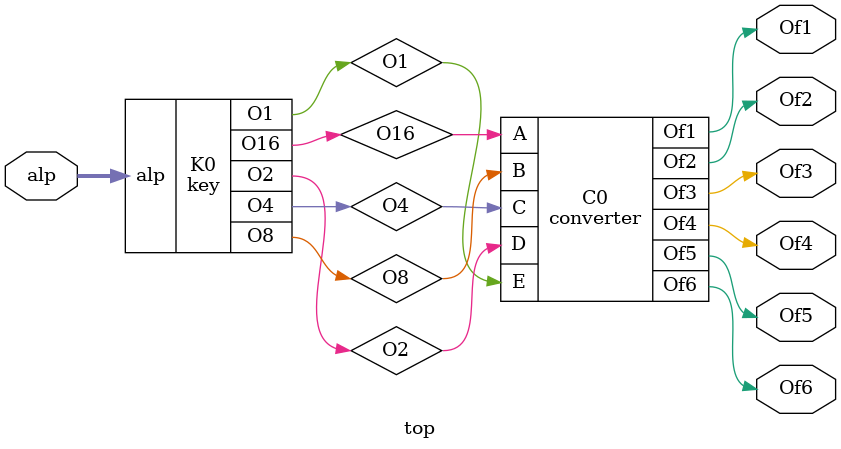
<source format=v>
module key(alp, O16, O8, O4, O2, O1);
    input [25:0] alp;
    output O16, O8, O4, O2, O1;
    
    assign O16 = (alp[15] | alp[16] | alp[17] | alp[18] | alp[19] | alp[20] | alp[21] | alp[22] | alp[23] | alp[24] | alp[25]);
    assign O8 = (alp[7] | alp[8] | alp[9] | alp[10] | alp[11] | alp[12] | alp[13] | alp[14] | alp[23] | alp[24] | alp[25]);
    assign O4 = (alp[3] | alp[4] | alp[5] | alp[6] | alp[11] | alp[12] | alp[13] | alp[14] | alp[19] | alp[20] | alp[21] | alp[22]);
    assign O2 = (alp[1] | alp[2] | alp[5] | alp[6] | alp[9] | alp[10] | alp[13] | alp[14] | alp[17] | alp[18] | alp[21] | alp[22] | alp[25]);
    assign O1 = (alp[0] | alp[2] | alp[4] | alp[6] | alp[8] | alp[10] | alp[12] | alp[14] | alp[16] | alp[18] | alp[20] | alp[22] | alp[24]);

endmodule

module converter(A, B, C, D, E, Of1, Of2, Of3, Of4, Of5, Of6);
    input A, B, C, D, E;
    output Of1, Of2, Of3, Of4, Of5, Of6;

    assign Of1 = ((~B) & (~D) & E) | ((~B) & D & (~E)) | ((~A) & D & E) | ((~A) & C) | (B & (~C) & (~D) & ~(E))| (A & (~C) & (~D)) | (A & (~C) & (~E));
    assign Of2 = ((~B) & D & E) | ((~A) & (~B) & C & (~E)) | (B & (~D) & E) | ((~A) & B & D & (~E)) | (A & (~C) & (~D)) | (A & (~D) & (~E));
    assign Of3 = ((~A) & (~C) & D & (~E)) | ((~B) & C & D) | ((~A) & B & (~C) & (~D)) | ((~A) & B & (~D) & (~E)) | (A & (~B) & (~C)) | (A & (~B) & (~E));
    assign Of4 = ((~A) & (~B) & C & (~D)) | ((~B) & C & (~D) & (~E)) | (C & D & E) | ((~A) & B & (~C) & (~E)) | (B & D & (~E)) | (A & (~C) & (~D) & E) | (A & (~C) & D & (~E));
    assign Of5 = (B & D & E) | (B & C) | (A & (~C)) | (A & (~D)) | (A & (~E));
    assign Of6 = (A & C & E) | (A & C & D) | (A & B);
    
endmodule

module top(alp, Of1, Of2, Of3, Of4, Of5, Of6);
    input [25:0] alp;
    output Of1, Of2, Of3, Of4, Of5, Of6;
    wire O16, O8, O4, O2, O1;

    key K0(.alp(alp), .O16(O16), .O8(O8), .O4(O4), .O2(O2), .O1(O1));
    converter C0(.A(O16), .B(O8), .C(O4), .D(O2), .E(O1), .Of1(Of1), .Of2(Of2), .Of3(Of3), .Of4(Of4), .Of5(Of5), .Of6(Of6));
endmodule
</source>
